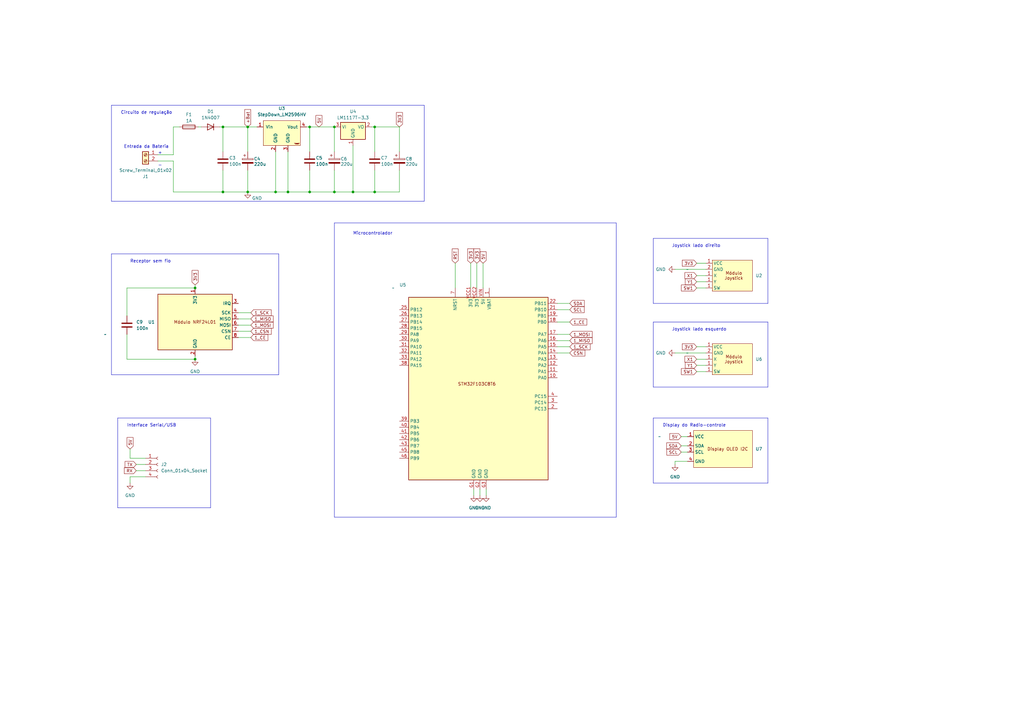
<source format=kicad_sch>
(kicad_sch (version 20230121) (generator eeschema)
  (paper "A3")
  (title_block (title "Rádio controle-remoto") (date "2023-10-13") (rev "1") (company "IFSC") (comment 1 "Author: Marcelo Miguel Cardoso"))
  (lib_symbols
    (symbol "Connector:Conn_01x04_Socket" (pin_names (offset 1.016) hide)
      (property "Reference" "J" (at 0 5.08 0))
      (property "Value" "Conn_01x04_Socket" (at 0 -7.62 0))
      (symbol "Conn_01x04_Socket_1_1"
        (arc (start 0 -4.572) (mid -0.5058 -5.08) (end 0 -5.588) (stroke (width 0.1524)))
        (arc (start 0 -2.032) (mid -0.5058 -2.54) (end 0 -3.048) (stroke (width 0.1524)))
        (polyline (pts (xy -1.27 -5.08) (xy -0.508 -5.08)) (stroke (width 0.1524)))
        (polyline (pts (xy -1.27 -2.54) (xy -0.508 -2.54)) (stroke (width 0.1524)))
        (polyline (pts (xy -1.27 0) (xy -0.508 0)) (stroke (width 0.1524)))
        (polyline (pts (xy -1.27 2.54) (xy -0.508 2.54)) (stroke (width 0.1524)))
        (arc (start 0 0.508) (mid -0.5058 0) (end 0 -0.508) (stroke (width 0.1524)))
        (arc (start 0 3.048) (mid -0.5058 2.54) (end 0 2.032) (stroke (width 0.1524)))
        (pin passive line (at -5.08 2.54 0) (length 3.81) (name "Pin_1") (number "1"))
        (pin passive line (at -5.08 0 0) (length 3.81) (name "Pin_2") (number "2"))
        (pin passive line (at -5.08 -2.54 0) (length 3.81) (name "Pin_3") (number "3"))
        (pin passive line (at -5.08 -5.08 0) (length 3.81) (name "Pin_4") (number "4"))
      )
    )
    (symbol "Connector:Screw_Terminal_01x02" (pin_names (offset 1.016) hide)
      (property "Reference" "J" (at 0 2.54 0))
      (property "Value" "Screw_Terminal_01x02" (at 0 -5.08 0))
      (symbol "Screw_Terminal_01x02_1_1"
        (rectangle (start -1.27 1.27) (end 1.27 -3.81) (stroke (width 0.254)) (fill (type background)))
        (circle (center 0 -2.54) (radius 0.635) (stroke (width 0.1524)))
        (polyline (pts (xy -0.5334 -2.2098) (xy 0.3302 -3.048)) (stroke (width 0.1524)))
        (polyline (pts (xy -0.5334 0.3302) (xy 0.3302 -0.508)) (stroke (width 0.1524)))
        (polyline (pts (xy -0.3556 -2.032) (xy 0.508 -2.8702)) (stroke (width 0.1524)))
        (polyline (pts (xy -0.3556 0.508) (xy 0.508 -0.3302)) (stroke (width 0.1524)))
        (circle (center 0 0) (radius 0.635) (stroke (width 0.1524)))
        (pin passive line (at -5.08 0 0) (length 3.81) (name "Pin_1") (number "1"))
        (pin passive line (at -5.08 -2.54 0) (length 3.81) (name "Pin_2") (number "2"))
      )
    )
    (symbol "Device:C" (pin_numbers hide) (pin_names (offset 0.254))
      (property "Reference" "C" (at 0.635 2.54 0))
      (property "Value" "C" (at 0.635 -2.54 0))
      (symbol "C_0_1"
        (polyline (pts (xy -2.032 -0.762) (xy 2.032 -0.762)) (stroke (width 0.508)))
        (polyline (pts (xy -2.032 0.762) (xy 2.032 0.762)) (stroke (width 0.508)))
      )
      (symbol "C_1_1"
        (pin passive line (at 0 3.81 270) (length 2.794) (name "~") (number "1"))
        (pin passive line (at 0 -3.81 90) (length 2.794) (name "~") (number "2"))
      )
    )
    (symbol "Device:C_Polarized" (pin_numbers hide) (pin_names (offset 0.254))
      (property "Reference" "C" (at 0.635 2.54 0))
      (property "Value" "C_Polarized" (at 0.635 -2.54 0))
      (symbol "C_Polarized_0_1"
        (rectangle (start -2.286 0.508) (end 2.286 1.016))
        (polyline (pts (xy -1.778 2.286) (xy -0.762 2.286)))
        (polyline (pts (xy -1.27 2.794) (xy -1.27 1.778)))
        (rectangle (start 2.286 -0.508) (end -2.286 -1.016) (fill (type outline)))
      )
      (symbol "C_Polarized_1_1"
        (pin passive line (at 0 3.81 270) (length 2.794) (name "~") (number "1"))
        (pin passive line (at 0 -3.81 90) (length 2.794) (name "~") (number "2"))
      )
    )
    (symbol "Device:Fuse" (pin_numbers hide) (pin_names (offset 0))
      (property "Reference" "F" (at 2.032 0 90))
      (property "Value" "Fuse" (at -1.905 0 90))
      (symbol "Fuse_0_1"
        (rectangle (start -0.762 -2.54) (end 0.762 2.54) (stroke (width 0.254)))
        (polyline (pts (xy 0 2.54) (xy 0 -2.54)))
      )
      (symbol "Fuse_1_1"
        (pin passive line (at 0 3.81 270) (length 1.27) (name "~") (number "1"))
        (pin passive line (at 0 -3.81 90) (length 1.27) (name "~") (number "2"))
      )
    )
    (symbol "Diode:1N4007" (pin_numbers hide) (pin_names hide)
      (property "Reference" "D" (at 0 2.54 0))
      (property "Value" "1N4007" (at 0 -2.54 0))
      (symbol "1N4007_0_1"
        (polyline (pts (xy -1.27 1.27) (xy -1.27 -1.27)) (stroke (width 0.254)))
        (polyline (pts (xy 1.27 0) (xy -1.27 0)))
        (polyline (pts (xy 1.27 1.27) (xy 1.27 -1.27) (xy -1.27 0) (xy 1.27 1.27)) (stroke (width 0.254)))
      )
      (symbol "1N4007_1_1"
        (pin passive line (at -3.81 0 0) (length 2.54) (name "K") (number "1"))
        (pin passive line (at 3.81 0 180) (length 2.54) (name "A") (number "2"))
      )
    )
    (symbol "Regulator_Linear:LM1117T-3.3"
      (property "Reference" "U" (at -3.81 3.175 0))
      (property "Value" "LM1117T-3.3" (at 0 3.175 0))
      (symbol "LM1117T-3.3_0_1"
        (rectangle (start -5.08 -5.08) (end 5.08 1.905) (stroke (width 0.254)) (fill (type background)))
      )
      (symbol "LM1117T-3.3_1_1"
        (pin power_in line (at 0 -7.62 90) (length 2.54) (name "GND") (number "1"))
        (pin power_out line (at 7.62 0 180) (length 2.54) (name "VO") (number "2"))
        (pin power_in line (at -7.62 0 0) (length 2.54) (name "VI") (number "3"))
      )
    )
    (symbol "pi2_library:Display_OLED_I2C"
      (property "Reference" "U" (at 0 0 0))
      (symbol "Display_OLED_I2C_1_1"
        (rectangle (start 13.97 2.54) (end 38.1 -12.7) (fill (type background)))
        (text "Display OLED I2C\n" (at 27.94 -5.08 0) (effects (font (size 1.27 1.27))))
        (pin input line (at 11.43 0 0) (length 2.54) (name "VCC") (number "1"))
        (pin input line (at 11.43 -3.81 0) (length 2.54) (name "SDA") (number "2"))
        (pin input line (at 11.43 -6.35 0) (length 2.54) (name "SCL") (number "3"))
        (pin input line (at 11.43 -10.16 0) (length 2.54) (name "GND") (number "4"))
      )
    )
    (symbol "pi2_library:NRF24L01"
      (property "Reference" "U" (at 0 0 0))
      (symbol "NRF24L01_0_1"
        (rectangle (start 21.59 16.51) (end 52.07 -6.35) (stroke (width 0.254)) (fill (type background)))
      )
      (symbol "NRF24L01_1_1"
        (text "Módulo NRF24L01\n" (at 36.83 5.08 0) (effects (font (size 1.27 1.27))))
        (pin power_in line (at 36.83 19.05 270) (length 2.54) (name "3V3") (number "1"))
        (pin power_in line (at 36.83 -8.89 90) (length 2.54) (name "GND") (number "2"))
        (pin input line (at 54.61 12.7 180) (length 2.54) (name "IRQ") (number "3"))
        (pin input line (at 54.61 8.89 180) (length 2.54) (name "SCK") (number "4"))
        (pin output line (at 54.61 6.35 180) (length 2.54) (name "MISO") (number "5"))
        (pin input line (at 54.61 3.81 180) (length 2.54) (name "MOSI") (number "6"))
        (pin input line (at 54.61 1.27 180) (length 2.54) (name "CSN") (number "7"))
        (pin input line (at 54.61 -1.27 180) (length 2.54) (name "CE") (number "8"))
      )
    )
    (symbol "pi2_library:STM32_module"
      (property "Reference" "U" (at 0 0 0))
      (symbol "STM32_module_0_1"
        (rectangle (start 6.35 -3.81) (end 63.5 -78.74) (stroke (width 0.254)) (fill (type background)))
      )
      (symbol "STM32_module_1_1"
        (text "STM32F103C8T6" (at 34.29 -39.37 0) (effects (font (size 1.27 1.27))))
        (pin power_in line (at 39.37 0 270) (length 3.81) (name "VBAT") (number "1"))
        (pin bidirectional line (at 67.31 -36.83 180) (length 3.81) (name "PA0") (number "10"))
        (pin bidirectional line (at 67.31 -34.29 180) (length 3.81) (name "PA1") (number "11"))
        (pin bidirectional line (at 67.31 -31.75 180) (length 3.81) (name "PA2") (number "12"))
        (pin bidirectional line (at 67.31 -29.21 180) (length 3.81) (name "PA3") (number "13"))
        (pin bidirectional line (at 67.31 -26.67 180) (length 3.81) (name "PA4") (number "14"))
        (pin bidirectional line (at 67.31 -24.13 180) (length 3.81) (name "PA5") (number "15"))
        (pin bidirectional line (at 67.31 -21.59 180) (length 3.81) (name "PA6") (number "16"))
        (pin bidirectional line (at 67.31 -19.05 180) (length 3.81) (name "PA7") (number "17"))
        (pin bidirectional line (at 67.31 -13.97 180) (length 3.81) (name "PB0") (number "18"))
        (pin bidirectional line (at 67.31 -11.43 180) (length 3.81) (name "PB1") (number "19"))
        (pin bidirectional line (at 67.31 -49.53 180) (length 3.81) (name "PC13") (number "2"))
        (pin bidirectional line (at 67.31 -8.89 180) (length 3.81) (name "PB10") (number "21"))
        (pin bidirectional line (at 67.31 -6.35 180) (length 3.81) (name "PB11") (number "22"))
        (pin bidirectional line (at 2.54 -8.89 0) (length 3.81) (name "PB12") (number "25"))
        (pin bidirectional line (at 2.54 -11.43 0) (length 3.81) (name "PB13") (number "26"))
        (pin bidirectional line (at 2.54 -13.97 0) (length 3.81) (name "PB14") (number "27"))
        (pin bidirectional line (at 2.54 -16.51 0) (length 3.81) (name "PB15") (number "28"))
        (pin bidirectional line (at 2.54 -19.05 0) (length 3.81) (name "PA8") (number "29"))
        (pin bidirectional line (at 67.31 -46.99 180) (length 3.81) (name "PC14") (number "3"))
        (pin bidirectional line (at 2.54 -21.59 0) (length 3.81) (name "PA9") (number "30"))
        (pin bidirectional line (at 2.54 -24.13 0) (length 3.81) (name "PA10") (number "31"))
        (pin bidirectional line (at 2.54 -26.67 0) (length 3.81) (name "PA11") (number "32"))
        (pin bidirectional line (at 2.54 -29.21 0) (length 3.81) (name "PA12") (number "33"))
        (pin bidirectional line (at 2.54 -31.75 0) (length 3.81) (name "PA15") (number "38"))
        (pin bidirectional line (at 2.54 -54.61 0) (length 3.81) (name "PB3") (number "39"))
        (pin bidirectional line (at 67.31 -44.45 180) (length 3.81) (name "PC15") (number "4"))
        (pin bidirectional line (at 2.54 -57.15 0) (length 3.81) (name "PB4") (number "40"))
        (pin bidirectional line (at 2.54 -59.69 0) (length 3.81) (name "PB5") (number "41"))
        (pin bidirectional line (at 2.54 -62.23 0) (length 3.81) (name "PB6") (number "42"))
        (pin bidirectional line (at 2.54 -64.77 0) (length 3.81) (name "PB7") (number "43"))
        (pin bidirectional line (at 2.54 -67.31 0) (length 3.81) (name "PB8") (number "45"))
        (pin bidirectional line (at 2.54 -69.85 0) (length 3.81) (name "PB9") (number "46"))
        (pin input line (at 25.4 0 270) (length 3.81) (name "NRST") (number "7"))
        (pin power_in line (at 33.02 -82.55 90) (length 3.81) (name "GND") (number "G1"))
        (pin power_in line (at 35.56 -82.55 90) (length 3.81) (name "GND") (number "G2"))
        (pin power_in line (at 38.1 -82.55 90) (length 3.81) (name "GND") (number "G3"))
        (pin power_in line (at 31.75 0 270) (length 3.81) (name "3V3") (number "VCC1"))
        (pin power_in line (at 34.29 0 270) (length 3.81) (name "3V3") (number "VCC2"))
        (pin power_in line (at 36.83 0 270) (length 3.81) (name "5V") (number "VIN"))
      )
    )
    (symbol "pi2_library:joystick"
      (property "Reference" "U" (at 0 0 0))
      (symbol "joystick_1_1"
        (rectangle (start 10.16 3.81) (end 26.67 -8.89) (fill (type background)))
        (text "Módulo\nJoystick" (at 19.05 -2.54 0) (effects (font (size 1.27 1.27))))
        (pin input line (at 7.62 -7.62 0) (length 2.54) (name "SW") (number "1"))
        (pin input line (at 7.62 2.54 0) (length 2.54) (name "VCC") (number "1"))
        (pin input line (at 7.62 -2.54 0) (length 2.54) (name "X") (number "1"))
        (pin input line (at 7.62 -5.08 0) (length 2.54) (name "Y") (number "1"))
        (pin input line (at 7.62 0 0) (length 2.54) (name "GND") (number "2"))
      )
    )
    (symbol "power:GND" (power) (pin_names (offset 0))
      (property "Value" "GND" (at 0 -3.81 0))
      (symbol "GND_0_1"
        (polyline (pts (xy 0 0) (xy 0 -1.27) (xy 1.27 -1.27) (xy 0 -2.54) (xy -1.27 -1.27) (xy 0 -1.27)))
      )
      (symbol "GND_1_1"
        (pin power_in line (at 0 0 270) (length 0) hide (name "GND") (number "1"))
      )
    )
    (symbol "yaaj_dcdc_stepdown_lm2596:YAAJ_DCDC_StepDown_LM2596" (pin_names (offset 1.016))
      (property "Reference" "U" (at -5.08 6.35 0))
      (property "Value" "YAAJ_DCDC_StepDown_LM2596" (at 0 11.43 0))
      (symbol "YAAJ_DCDC_StepDown_LM2596_0_1"
        (rectangle (start -7.62 5.08) (end 7.62 -5.08) (fill (type background)))
      )
      (symbol "YAAJ_DCDC_StepDown_LM2596_1_1"
        (text "Y@@V" (at 6.1976 -4.2672 0) (effects (font (size 0.508 0.508))))
        (pin power_in line (at -10.16 2.54 0) (length 2.54) (name "Vin") (number "1"))
        (pin power_in line (at -2.54 -7.62 90) (length 2.54) (name "GND") (number "2"))
        (pin power_in line (at 2.54 -7.62 90) (length 2.54) (name "GND") (number "3"))
        (pin power_out line (at 10.16 2.54 180) (length 2.54) (name "Vout") (number "4"))
      )
    )
  )
  (junction (at 118.11 78.74))
  (junction (at 127 52.07))
  (junction (at 144.78 78.74))
  (junction (at 153.67 78.74))
  (junction (at 137.16 78.74))
  (junction (at 113.03 78.74))
  (junction (at 127 78.74))
  (junction (at 137.16 52.07))
  (junction (at 80.01 118.11))
  (junction (at 101.6 52.07))
  (junction (at 91.44 52.07))
  (junction (at 80.01 147.32))
  (junction (at 91.44 78.74))
  (junction (at 153.67 52.07))
  (junction (at 101.6 78.74))
  (polyline (pts (xy 267.97 132.08) (xy 314.96 132.08)))
  (wire (pts (xy 53.34 184.15) (xy 53.34 187.96)))
  (polyline (pts (xy 48.26 171.45) (xy 48.26 208.28)))
  (wire (pts (xy 276.86 190.5) (xy 276.86 189.23)))
  (wire (pts (xy 91.44 52.07) (xy 91.44 62.23)))
  (wire (pts (xy 97.79 130.81) (xy 102.87 130.81)))
  (polyline (pts (xy 48.26 171.45) (xy 86.36 171.45)))
  (wire (pts (xy 195.58 107.95) (xy 195.58 118.11)))
  (wire (pts (xy 285.75 107.95) (xy 289.56 107.95)))
  (wire (pts (xy 53.34 195.58) (xy 53.34 198.12)))
  (polyline (pts (xy 267.97 97.79) (xy 314.96 97.79)))
  (polyline (pts (xy 314.96 97.79) (xy 314.96 124.46)))
  (polyline (pts (xy 45.72 43.18) (xy 45.72 82.55)))
  (wire (pts (xy 163.83 52.07) (xy 163.83 62.23)))
  (wire (pts (xy 279.4 182.88) (xy 281.94 182.88)))
  (wire (pts (xy 52.07 147.32) (xy 80.01 147.32)))
  (wire (pts (xy 55.88 193.04) (xy 59.69 193.04)))
  (wire (pts (xy 198.12 107.95) (xy 198.12 118.11)))
  (wire (pts (xy 97.79 128.27) (xy 102.87 128.27)))
  (wire (pts (xy 285.75 149.86) (xy 289.56 149.86)))
  (wire (pts (xy 55.88 190.5) (xy 59.69 190.5)))
  (wire (pts (xy 285.75 118.11) (xy 289.56 118.11)))
  (wire (pts (xy 97.79 133.35) (xy 102.87 133.35)))
  (wire (pts (xy 127 52.07) (xy 127 62.23)))
  (polyline (pts (xy 173.99 43.18) (xy 45.72 43.18)))
  (wire (pts (xy 228.6 132.08) (xy 233.68 132.08)))
  (wire (pts (xy 285.75 152.4) (xy 289.56 152.4)))
  (wire (pts (xy 228.6 137.16) (xy 233.68 137.16)))
  (wire (pts (xy 101.6 78.74) (xy 113.03 78.74)))
  (wire (pts (xy 101.6 69.85) (xy 101.6 78.74)))
  (polyline (pts (xy 267.97 198.12) (xy 314.96 198.12)))
  (wire (pts (xy 193.04 107.95) (xy 193.04 118.11)))
  (wire (pts (xy 97.79 138.43) (xy 102.87 138.43)))
  (wire (pts (xy 186.69 107.95) (xy 186.69 118.11)))
  (polyline (pts (xy 267.97 124.46) (xy 267.97 97.79)))
  (polyline (pts (xy 267.97 171.45) (xy 314.96 171.45)))
  (wire (pts (xy 113.03 62.23) (xy 113.03 78.74)))
  (wire (pts (xy 71.12 52.07) (xy 71.12 63.5)))
  (wire (pts (xy 71.12 52.07) (xy 73.66 52.07)))
  (polyline (pts (xy 314.96 132.08) (xy 314.96 158.75)))
  (wire (pts (xy 64.77 66.04) (xy 71.12 66.04)))
  (wire (pts (xy 199.39 200.66) (xy 199.39 203.2)))
  (wire (pts (xy 194.31 200.66) (xy 194.31 203.2)))
  (wire (pts (xy 153.67 69.85) (xy 153.67 78.74)))
  (wire (pts (xy 152.4 52.07) (xy 153.67 52.07)))
  (polyline (pts (xy 45.72 82.55) (xy 46.99 82.55)))
  (wire (pts (xy 59.69 187.96) (xy 53.34 187.96)))
  (wire (pts (xy 228.6 139.7) (xy 233.68 139.7)))
  (wire (pts (xy 118.11 62.23) (xy 118.11 78.74)))
  (wire (pts (xy 153.67 52.07) (xy 153.67 62.23)))
  (polyline (pts (xy 45.72 153.67) (xy 114.3 153.67)))
  (wire (pts (xy 276.86 144.78) (xy 289.56 144.78)))
  (wire (pts (xy 91.44 78.74) (xy 101.6 78.74)))
  (wire (pts (xy 285.75 113.03) (xy 289.56 113.03)))
  (wire (pts (xy 127 69.85) (xy 127 78.74)))
  (wire (pts (xy 285.75 142.24) (xy 289.56 142.24)))
  (wire (pts (xy 52.07 118.11) (xy 80.01 118.11)))
  (wire (pts (xy 97.79 135.89) (xy 102.87 135.89)))
  (wire (pts (xy 137.16 52.07) (xy 137.16 62.23)))
  (wire (pts (xy 228.6 127) (xy 233.68 127)))
  (wire (pts (xy 52.07 129.54) (xy 52.07 118.11)))
  (wire (pts (xy 137.16 78.74) (xy 127 78.74)))
  (wire (pts (xy 71.12 78.74) (xy 91.44 78.74)))
  (wire (pts (xy 144.78 59.69) (xy 144.78 78.74)))
  (polyline (pts (xy 137.16 91.44) (xy 252.73 91.44)))
  (wire (pts (xy 137.16 69.85) (xy 137.16 78.74)))
  (wire (pts (xy 59.69 195.58) (xy 53.34 195.58)))
  (wire (pts (xy 285.75 147.32) (xy 289.56 147.32)))
  (polyline (pts (xy 45.72 153.67) (xy 45.72 104.14)))
  (wire (pts (xy 101.6 62.23) (xy 101.6 52.07)))
  (wire (pts (xy 153.67 52.07) (xy 163.83 52.07)))
  (wire (pts (xy 113.03 78.74) (xy 118.11 78.74)))
  (wire (pts (xy 101.6 52.07) (xy 105.41 52.07)))
  (wire (pts (xy 82.55 52.07) (xy 81.28 52.07)))
  (polyline (pts (xy 86.36 208.28) (xy 48.26 208.28)))
  (wire (pts (xy 196.85 200.66) (xy 196.85 203.2)))
  (polyline (pts (xy 267.97 198.12) (xy 267.97 171.45)))
  (wire (pts (xy 279.4 179.07) (xy 281.94 179.07)))
  (wire (pts (xy 71.12 66.04) (xy 71.12 78.74)))
  (wire (pts (xy 276.86 189.23) (xy 281.94 189.23)))
  (wire (pts (xy 64.77 63.5) (xy 71.12 63.5)))
  (wire (pts (xy 90.17 52.07) (xy 91.44 52.07)))
  (polyline (pts (xy 137.16 212.09) (xy 252.73 212.09)))
  (polyline (pts (xy 267.97 158.75) (xy 314.96 158.75)))
  (polyline (pts (xy 267.97 158.75) (xy 267.97 132.08)))
  (wire (pts (xy 279.4 185.42) (xy 281.94 185.42)))
  (polyline (pts (xy 173.99 82.55) (xy 173.99 43.18)))
  (polyline (pts (xy 86.36 171.45) (xy 86.36 208.28)))
  (wire (pts (xy 228.6 144.78) (xy 233.68 144.78)))
  (wire (pts (xy 163.83 78.74) (xy 153.67 78.74)))
  (wire (pts (xy 228.6 124.46) (xy 233.68 124.46)))
  (wire (pts (xy 125.73 52.07) (xy 127 52.07)))
  (polyline (pts (xy 267.97 124.46) (xy 314.96 124.46)))
  (wire (pts (xy 127 78.74) (xy 118.11 78.74)))
  (wire (pts (xy 163.83 69.85) (xy 163.83 78.74)))
  (polyline (pts (xy 252.73 212.09) (xy 252.73 91.44)))
  (wire (pts (xy 80.01 116.84) (xy 80.01 118.11)))
  (wire (pts (xy 276.86 110.49) (xy 289.56 110.49)))
  (wire (pts (xy 228.6 142.24) (xy 233.68 142.24)))
  (wire (pts (xy 285.75 115.57) (xy 289.56 115.57)))
  (wire (pts (xy 91.44 69.85) (xy 91.44 78.74)))
  (polyline (pts (xy 314.96 171.45) (xy 314.96 198.12)))
  (polyline (pts (xy 114.3 104.14) (xy 114.3 153.67)))
  (wire (pts (xy 153.67 78.74) (xy 144.78 78.74)))
  (polyline (pts (xy 137.16 212.09) (xy 137.16 91.44)))
  (polyline (pts (xy 46.99 82.55) (xy 173.99 82.55)))
  (wire (pts (xy 80.01 146.05) (xy 80.01 147.32)))
  (wire (pts (xy 127 52.07) (xy 137.16 52.07)))
  (wire (pts (xy 144.78 78.74) (xy 137.16 78.74)))
  (polyline (pts (xy 45.72 104.14) (xy 114.3 104.14)))
  (wire (pts (xy 91.44 52.07) (xy 101.6 52.07)))
  (wire (pts (xy 52.07 137.16) (xy 52.07 147.32)))
  (text "Display do Radio-controle\n" (at 271.78 175.26 0) (effects (font (size 1.27 1.27)) (justify left bottom)))
  (text "Interface Serial/USB" (at 52.07 175.26 0) (effects (font (size 1.27 1.27)) (justify left bottom)))
  (text "Joystick lado esquerdo" (at 275.59 135.89 0) (effects (font (size 1.27 1.27)) (justify left bottom)))
  (text "Entrada da Bateria" (at 50.8 60.96 0) (effects (font (size 1.27 1.27)) (justify left bottom)))
  (text "Receptor sem fio" (at 53.34 107.95 0) (effects (font (size 1.27 1.27)) (justify left bottom)))
  (text "-" (at 64.77 68.58 0) (effects (font (size 1.27 1.27)) (justify left bottom)))
  (text "Circuito de regulação" (at 49.53 46.99 0) (effects (font (size 1.27 1.27)) (justify left bottom)))
  (text "Microcontrolador\n" (at 144.78 96.52 0) (effects (font (size 1.27 1.27)) (justify left bottom)))
  (text "Joystick lado direito" (at 275.59 101.6 0) (effects (font (size 1.27 1.27)) (justify left bottom)))
  (text "+" (at 64.77 63.5 0) (effects (font (size 1.27 1.27)) (justify left bottom)))
  (global_label "Y1" (shape input) (at 285.75 149.86 180) (property "Intersheetrefs" "${INTERSHEET_REFS}" (effects hide)))
  (global_label "+Bat" (shape input) (at 101.6 52.07 90) (property "Intersheetrefs" "${INTERSHEET_REFS}" (effects hide)))
  (global_label "3V3" (shape input) (at 195.58 107.95 90) (property "Intersheetrefs" "${INTERSHEET_REFS}" (effects hide)))
  (global_label "3V3" (shape input) (at 163.83 52.07 90) (property "Intersheetrefs" "${INTERSHEET_REFS}" (effects hide)))
  (global_label "1_SCK" (shape input) (at 233.68 142.24 0) (property "Intersheetrefs" "${INTERSHEET_REFS}" (effects hide)))
  (global_label "3V3" (shape input) (at 80.01 116.84 90) (property "Intersheetrefs" "${INTERSHEET_REFS}" (effects hide)))
  (global_label "1_MISO" (shape input) (at 102.87 130.81 0) (property "Intersheetrefs" "${INTERSHEET_REFS}" (effects hide)))
  (global_label "TX" (shape input) (at 55.88 190.5 180) (property "Intersheetrefs" "${INTERSHEET_REFS}" (effects hide)))
  (global_label "X1" (shape input) (at 285.75 147.32 180) (property "Intersheetrefs" "${INTERSHEET_REFS}" (effects hide)))
  (global_label "1_CE" (shape input) (at 102.87 138.43 0) (property "Intersheetrefs" "${INTERSHEET_REFS}" (effects hide)))
  (global_label "SCL" (shape input) (at 279.4 185.42 180) (property "Intersheetrefs" "${INTERSHEET_REFS}" (effects hide)))
  (global_label "1_SCK" (shape input) (at 102.87 128.27 0) (property "Intersheetrefs" "${INTERSHEET_REFS}" (effects hide)))
  (global_label "SDA" (shape input) (at 279.4 182.88 180) (property "Intersheetrefs" "${INTERSHEET_REFS}" (effects hide)))
  (global_label "SW1" (shape input) (at 285.75 152.4 180) (property "Intersheetrefs" "${INTERSHEET_REFS}" (effects hide)))
  (global_label "RST" (shape input) (at 186.69 107.95 90) (property "Intersheetrefs" "${INTERSHEET_REFS}" (effects hide)))
  (global_label "SDA" (shape input) (at 233.68 124.46 0) (property "Intersheetrefs" "${INTERSHEET_REFS}" (effects hide)))
  (global_label "5V" (shape input) (at 130.81 52.07 90) (property "Intersheetrefs" "${INTERSHEET_REFS}" (effects hide)))
  (global_label "5V" (shape input) (at 279.4 179.07 180) (property "Intersheetrefs" "${INTERSHEET_REFS}" (effects hide)))
  (global_label "1_MOSI" (shape input) (at 102.87 133.35 0) (property "Intersheetrefs" "${INTERSHEET_REFS}" (effects hide)))
  (global_label "1_MOSI" (shape input) (at 233.68 137.16 0) (property "Intersheetrefs" "${INTERSHEET_REFS}" (effects hide)))
  (global_label "RX" (shape input) (at 55.88 193.04 180) (property "Intersheetrefs" "${INTERSHEET_REFS}" (effects hide)))
  (global_label "5V" (shape input) (at 53.34 184.15 90) (property "Intersheetrefs" "${INTERSHEET_REFS}" (effects hide)))
  (global_label "1_CE" (shape input) (at 233.68 132.08 0) (property "Intersheetrefs" "${INTERSHEET_REFS}" (effects hide)))
  (global_label "X1" (shape input) (at 285.75 113.03 180) (property "Intersheetrefs" "${INTERSHEET_REFS}" (effects hide)))
  (global_label "1_MISO" (shape input) (at 233.68 139.7 0) (property "Intersheetrefs" "${INTERSHEET_REFS}" (effects hide)))
  (global_label "Y1" (shape input) (at 285.75 115.57 180) (property "Intersheetrefs" "${INTERSHEET_REFS}" (effects hide)))
  (global_label "3V3" (shape input) (at 285.75 107.95 180) (property "Intersheetrefs" "${INTERSHEET_REFS}" (effects hide)))
  (global_label "SCL" (shape input) (at 233.68 127 0) (property "Intersheetrefs" "${INTERSHEET_REFS}" (effects hide)))
  (global_label "3V3" (shape input) (at 285.75 142.24 180) (property "Intersheetrefs" "${INTERSHEET_REFS}" (effects hide)))
  (global_label "3V3" (shape input) (at 193.04 107.95 90) (property "Intersheetrefs" "${INTERSHEET_REFS}" (effects hide)))
  (global_label "SW1" (shape input) (at 285.75 118.11 180) (property "Intersheetrefs" "${INTERSHEET_REFS}" (effects hide)))
  (global_label "CSN" (shape input) (at 233.68 144.78 0) (property "Intersheetrefs" "${INTERSHEET_REFS}" (effects hide)))
  (global_label "5V" (shape input) (at 198.12 107.95 90) (property "Intersheetrefs" "${INTERSHEET_REFS}" (effects hide)))
  (global_label "1_CSN" (shape input) (at 102.87 135.89 0) (property "Intersheetrefs" "${INTERSHEET_REFS}" (effects hide)))
  (symbol (lib_id "pi2_library:joystick") (at 281.94 110.49 0) (unit 1)
    (property "Reference" "U2" (at 309.88 113.03 0) (effects (justify left)))
    (property "Value" "~" (at 281.94 110.49 0))
  )
  (symbol (lib_id "Device:C") (at 91.44 66.04 0) (unit 1)
    (property "Reference" "C3" (at 93.98 64.77 0) (effects (justify left)))
    (property "Value" "100n" (at 93.98 67.31 0) (effects (justify left)))
  )
  (symbol (lib_id "power:GND") (at 196.85 203.2 0) (unit 1)
    (property "Reference" "#PWR012" (effects hide))
    (property "Value" "GND" (at 196.85 208.28 0))
  )
  (symbol (lib_id "Device:C_Polarized") (at 137.16 66.04 0) (unit 1)
    (property "Reference" "C6" (at 139.7 65.151 0) (effects (justify left)))
    (property "Value" "220u" (at 139.7 67.31 0) (effects (justify left)))
  )
  (symbol (lib_id "power:GND") (at 276.86 190.5 0) (unit 1)
    (property "Reference" "#PWR04" (effects hide))
    (property "Value" "GND" (at 276.86 195.58 0))
  )
  (symbol (lib_id "pi2_library:joystick") (at 281.94 144.78 0) (unit 1)
    (property "Reference" "U6" (at 309.88 147.32 0) (effects (justify left)))
    (property "Value" "~" (at 281.94 144.78 0))
  )
  (symbol (lib_id "Regulator_Linear:LM1117T-3.3") (at 144.78 52.07 0) (unit 1)
    (property "Reference" "U4" (at 144.78 45.72 0))
    (property "Value" "LM1117T-3.3" (at 144.78 48.26 0))
    (property "Footprint" "Package_TO_SOT_THT:TO-220-3_Horizontal_TabDown" (effects hide))
    (property "Datasheet" "http://www.ti.com/lit/ds/symlink/lm1117.pdf" (effects hide))
  )
  (symbol (lib_id "Device:C_Polarized") (at 163.83 66.04 0) (unit 1)
    (property "Reference" "C8" (at 166.37 65.151 0) (effects (justify left)))
    (property "Value" "220u" (at 166.37 67.31 0) (effects (justify left)))
  )
  (symbol (lib_id "Diode:1N4007") (at 86.36 52.07 180) (unit 1)
    (property "Reference" "D1" (at 86.36 45.72 0))
    (property "Value" "1N4007" (at 86.36 48.26 0))
    (property "Footprint" "Diode_THT:D_DO-41_SOD81_P10.16mm_Horizontal" (effects hide))
    (property "Datasheet" "http://www.vishay.com/docs/88503/1n4001.pdf" (effects hide))
    (property "Sim.Device" "D" (effects hide))
    (property "Sim.Pins" "1=K 2=A" (effects hide))
  )
  (symbol (lib_id "Device:C_Polarized") (at 101.6 66.04 0) (unit 1)
    (property "Reference" "C4" (at 104.14 65.151 0) (effects (justify left)))
    (property "Value" "220u" (at 104.14 67.31 0) (effects (justify left)))
  )
  (symbol (lib_id "power:GND") (at 199.39 203.2 0) (unit 1)
    (property "Reference" "#PWR013" (effects hide))
    (property "Value" "GND" (at 199.39 208.28 0))
  )
  (symbol (lib_id "power:GND") (at 80.01 147.32 0) (unit 1)
    (property "Reference" "#PWR016" (effects hide))
    (property "Value" "GND" (at 80.01 152.4 0))
  )
  (symbol (lib_id "yaaj_dcdc_stepdown_lm2596:YAAJ_DCDC_StepDown_LM2596") (at 115.57 54.61 0) (unit 1)
    (property "Reference" "U3" (at 115.57 44.45 0))
    (property "Value" "StepDown_LM2596HV" (at 115.57 46.99 0))
  )
  (symbol (lib_id "power:GND") (at 276.86 144.78 270) (unit 1)
    (property "Reference" "#PWR03" (effects hide))
    (property "Value" "GND" (at 273.05 144.78 90) (effects (justify right)))
  )
  (symbol (lib_id "Device:C") (at 127 66.04 0) (unit 1)
    (property "Reference" "C5" (at 129.54 64.77 0) (effects (justify left)))
    (property "Value" "100n" (at 129.54 67.31 0) (effects (justify left)))
  )
  (symbol (lib_id "power:GND") (at 276.86 110.49 270) (unit 1)
    (property "Reference" "#PWR02" (effects hide))
    (property "Value" "GND" (at 273.05 110.49 90) (effects (justify right)))
  )
  (symbol (lib_id "Device:C") (at 153.67 66.04 0) (unit 1)
    (property "Reference" "C7" (at 156.21 64.77 0) (effects (justify left)))
    (property "Value" "100n" (at 156.21 67.31 0) (effects (justify left)))
  )
  (symbol (lib_id "Connector:Screw_Terminal_01x02") (at 59.69 63.5 0) (mirror y) (unit 1)
    (property "Reference" "J1" (at 59.69 72.39 0))
    (property "Value" "Screw_Terminal_01x02" (at 59.69 69.85 0))
  )
  (symbol (lib_id "pi2_library:NRF24L01") (at 43.18 137.16 0) (unit 1)
    (property "Reference" "U1" (at 63.5 132.08 0) (effects (justify right)))
    (property "Value" "~" (at 43.18 137.16 0))
  )
  (symbol (lib_id "power:GND") (at 194.31 203.2 0) (unit 1)
    (property "Reference" "#PWR011" (effects hide))
    (property "Value" "GND" (at 194.31 208.28 0))
  )
  (symbol (lib_id "Device:Fuse") (at 77.47 52.07 90) (unit 1)
    (property "Reference" "F1" (at 77.47 46.99 90))
    (property "Value" "1A" (at 77.47 49.53 90))
  )
  (symbol (lib_id "power:GND") (at 101.6 78.74 0) (unit 1)
    (property "Reference" "#PWR07" (effects hide))
    (property "Value" "GND" (at 105.41 81.28 0))
  )
  (symbol (lib_id "pi2_library:Display_OLED_I2C") (at 270.51 179.07 0) (unit 1)
    (property "Reference" "U7" (at 309.88 184.15 0) (effects (justify left)))
    (property "Value" "~" (at 270.51 179.07 0))
  )
  (symbol (lib_id "power:GND") (at 53.34 198.12 0) (unit 1)
    (property "Reference" "#PWR01" (effects hide))
    (property "Value" "GND" (at 53.34 203.2 0))
  )
  (symbol (lib_id "pi2_library:STM32_module") (at 161.29 118.11 0) (unit 1)
    (property "Reference" "U5" (at 163.83 116.84 0) (effects (justify left)))
    (property "Value" "~" (at 161.29 118.11 0))
  )
  (symbol (lib_id "Device:C") (at 52.07 133.35 0) (unit 1)
    (property "Reference" "C9" (at 55.88 132.08 0) (effects (justify left)))
    (property "Value" "100n" (at 55.88 134.62 0) (effects (justify left)))
  )
  (symbol (lib_id "Connector:Conn_01x04_Socket") (at 64.77 190.5 0) (unit 1)
    (property "Reference" "J2" (at 66.04 190.5 0) (effects (justify left)))
    (property "Value" "Conn_01x04_Socket" (at 66.04 193.04 0) (effects (justify left)))
  )
)
</source>
